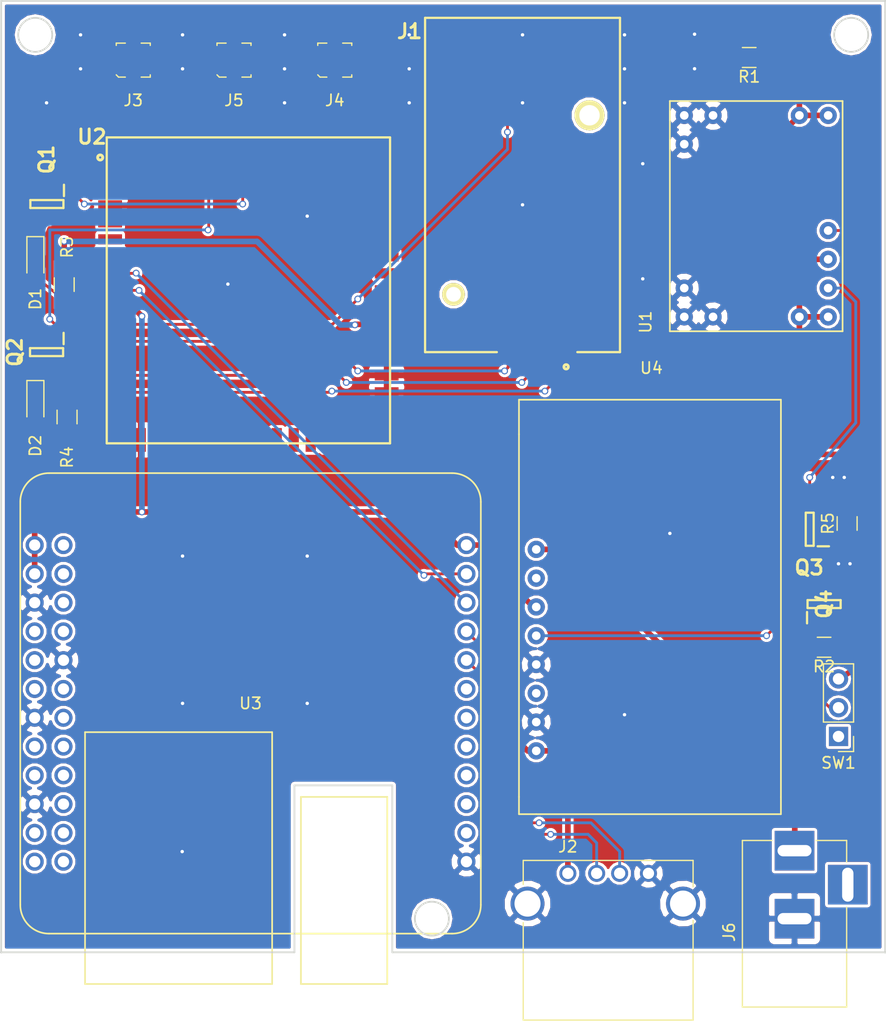
<source format=kicad_pcb>
(kicad_pcb (version 4) (host pcbnew 4.0.7)
  (layers (0 F.Cu signal) (31 B.Cu signal) (34 B.Paste user) (35 F.Paste user) (36 B.SilkS user) (37 F.SilkS user) (38 B.Mask user) (39 F.Mask user) (44 Edge.Cuts user))
  (net 0 "")
  (net 1 "Net-(D1-Pad1)")
  (net 2 "Net-(D1-Pad2)")
  (net 3 "Net-(D2-Pad1)")
  (net 4 "Net-(D2-Pad2)")
  (net 5 "Net-(J1-Pad1)")
  (net 6 "Net-(J1-Pad2)")
  (net 7 "Net-(J1-Pad3)")
  (net 8 GND)
  (net 9 "Net-(J1-Pad5)")
  (net 10 "Net-(J1-Pad6)")
  (net 11 "Net-(J2-Pad3)")
  (net 12 "Net-(J2-Pad2)")
  (net 13 +5V)
  (net 14 "Net-(J3-Pad1)")
  (net 15 "Net-(J4-Pad1)")
  (net 16 "Net-(J5-Pad1)")
  (net 17 "Net-(J6-Pad3)")
  (net 18 "Net-(Q1-Pad1)")
  (net 19 "Net-(Q2-Pad1)")
  (net 20 "Net-(Q3-Pad1)")
  (net 21 "Net-(Q3-Pad3)")
  (net 22 3V8)
  (net 23 "Net-(R1-Pad2)")
  (net 24 VBAT)
  (net 25 "Net-(U2-Pad1)")
  (net 26 "Net-(U2-Pad4)")
  (net 27 "Net-(U2-Pad5)")
  (net 28 "Net-(U2-Pad7)")
  (net 29 "Net-(U2-Pad8)")
  (net 30 "Net-(U2-Pad12)")
  (net 31 "Net-(U2-Pad17)")
  (net 32 "Net-(U2-Pad18)")
  (net 33 "Net-(U2-Pad19)")
  (net 34 "Net-(U2-Pad20)")
  (net 35 "Net-(U2-Pad21)")
  (net 36 "Net-(U2-Pad23)")
  (net 37 "Net-(U2-Pad24)")
  (net 38 "Net-(U2-Pad25)")
  (net 39 "Net-(U2-Pad26)")
  (net 40 "Net-(U2-Pad27)")
  (net 41 "Net-(U2-Pad36)")
  (net 42 "Net-(U2-Pad37)")
  (net 43 "Net-(U2-Pad38)")
  (net 44 "Net-(U2-Pad39)")
  (net 45 "Net-(U2-Pad40)")
  (net 46 "Net-(U2-Pad41)")
  (net 47 "Net-(U2-Pad42)")
  (net 48 "Net-(U2-Pad48)")
  (net 49 "Net-(U2-Pad49)")
  (net 50 "Net-(U2-Pad51)")
  (net 51 "Net-(U3-Pad1)")
  (net 52 "Net-(U3-Pad3)")
  (net 53 "Net-(U3-Pad8)")
  (net 54 "Net-(U3-Pad10)")
  (net 55 "Net-(U3-Pad12)")
  (net 56 "Net-(U3-Pad16)")
  (net 57 "Net-(U3-Pad18)")
  (net 58 "Net-(U3-Pad22)")
  (net 59 "Net-(U3-Pad24)")
  (net 60 "Net-(U3-Pad5)")
  (net 61 "Net-(U3-Pad7)")
  (net 62 "Net-(U3-Pad11)")
  (net 63 "Net-(U3-Pad13)")
  (net 64 "Net-(U3-Pad15)")
  (net 65 "Net-(U3-Pad17)")
  (net 66 "Net-(U3-Pad19)")
  (net 67 "Net-(U3-Pad21)")
  (net 68 "Net-(U3-Pad23)")
  (net 69 "Net-(U3-Pad30)")
  (net 70 "Net-(U3-Pad31)")
  (net 71 "Net-(U3-Pad32)")
  (net 72 "Net-(U3-Pad33)")
  (net 73 "Net-(U3-Pad34)")
  (net 74 "Net-(U3-Pad35)")
  (net 75 "Net-(U4-Pad6)")
  (net 76 "Net-(U4-Pad2)")
  (net 77 "Net-(SW1-Pad1)")
  (net 78 /VBUS)
  (net 79 "Net-(Q4-Pad1)")
  (module NanoPiNEO:NanoPi_NEO_upside_down (layer F.Cu) (at 131 119)
    (fp_text reference U3 (at 0 0) (layer F.SilkS))
    (fp_text value NanoPiNEO)
    (pad 2 thru_hole circle (at -19.05 -13.97) (size 1.6 1.6) (drill 1) (layers *.Cu *.Mask) (net 13 +5V))
    (pad 1 thru_hole circle (at -16.51 -13.97) (size 1.6 1.6) (drill 1) (layers *.Cu *.Mask) (net 51 "Net-(U3-Pad1)"))
    (pad 4 thru_hole circle (at -19.05 -11.43) (size 1.6 1.6) (drill 1) (layers *.Cu *.Mask) (net 13 +5V))
    (pad 3 thru_hole circle (at -16.51 -11.43) (size 1.6 1.6) (drill 1) (layers *.Cu *.Mask) (net 52 "Net-(U3-Pad3)"))
    (pad 6 thru_hole circle (at -19.05 -8.89) (size 1.6 1.6) (drill 1) (layers *.Cu *.Mask) (net 8 GND))
    (pad 8 thru_hole circle (at -19.05 -6.35) (size 1.6 1.6) (drill 1) (layers *.Cu *.Mask) (net 53 "Net-(U3-Pad8)"))
    (pad 10 thru_hole circle (at -19.05 -3.81) (size 1.6 1.6) (drill 1) (layers *.Cu *.Mask) (net 54 "Net-(U3-Pad10)"))
    (pad 12 thru_hole circle (at -19.05 -1.27) (size 1.6 1.6) (drill 1) (layers *.Cu *.Mask) (net 55 "Net-(U3-Pad12)"))
    (pad 14 thru_hole circle (at -19.05 1.27) (size 1.6 1.6) (drill 1) (layers *.Cu *.Mask) (net 8 GND))
    (pad 16 thru_hole circle (at -19.05 3.81) (size 1.6 1.6) (drill 1) (layers *.Cu *.Mask) (net 56 "Net-(U3-Pad16)"))
    (pad 18 thru_hole circle (at -19.05 6.35) (size 1.6 1.6) (drill 1) (layers *.Cu *.Mask) (net 57 "Net-(U3-Pad18)"))
    (pad 20 thru_hole circle (at -19.05 8.89) (size 1.6 1.6) (drill 1) (layers *.Cu *.Mask) (net 8 GND))
    (pad 22 thru_hole circle (at -19.05 11.43) (size 1.6 1.6) (drill 1) (layers *.Cu *.Mask) (net 58 "Net-(U3-Pad22)"))
    (pad 24 thru_hole circle (at -19.05 13.97) (size 1.6 1.6) (drill 1) (layers *.Cu *.Mask) (net 59 "Net-(U3-Pad24)"))
    (pad 5 thru_hole circle (at -16.51 -8.89) (size 1.6 1.6) (drill 1) (layers *.Cu *.Mask) (net 60 "Net-(U3-Pad5)"))
    (pad 7 thru_hole circle (at -16.51 -6.35) (size 1.6 1.6) (drill 1) (layers *.Cu *.Mask) (net 61 "Net-(U3-Pad7)"))
    (pad 9 thru_hole circle (at -16.51 -3.81) (size 1.6 1.6) (drill 1) (layers *.Cu *.Mask) (net 8 GND))
    (pad 11 thru_hole circle (at -16.51 -1.27) (size 1.6 1.6) (drill 1) (layers *.Cu *.Mask) (net 62 "Net-(U3-Pad11)"))
    (pad 13 thru_hole circle (at -16.51 1.27) (size 1.6 1.6) (drill 1) (layers *.Cu *.Mask) (net 63 "Net-(U3-Pad13)"))
    (pad 15 thru_hole circle (at -16.51 3.81) (size 1.6 1.6) (drill 1) (layers *.Cu *.Mask) (net 64 "Net-(U3-Pad15)"))
    (pad 17 thru_hole circle (at -16.51 6.35) (size 1.6 1.6) (drill 1) (layers *.Cu *.Mask) (net 65 "Net-(U3-Pad17)"))
    (pad 19 thru_hole circle (at -16.51 8.89) (size 1.6 1.6) (drill 1) (layers *.Cu *.Mask) (net 66 "Net-(U3-Pad19)"))
    (pad 21 thru_hole circle (at -16.51 11.43) (size 1.6 1.6) (drill 1) (layers *.Cu *.Mask) (net 67 "Net-(U3-Pad21)"))
    (pad 23 thru_hole circle (at -16.51 13.97) (size 1.6 1.6) (drill 1) (layers *.Cu *.Mask) (net 68 "Net-(U3-Pad23)"))
    (pad 25 thru_hole circle (at 19.05 -13.97) (size 1.6 1.6) (drill 1) (layers *.Cu *.Mask) (net 13 +5V))
    (pad 26 thru_hole circle (at 19.05 -11.43) (size 1.6 1.6) (drill 1) (layers *.Cu *.Mask) (net 29 "Net-(U2-Pad8)"))
    (pad 27 thru_hole circle (at 19.05 -8.89) (size 1.6 1.6) (drill 1) (layers *.Cu *.Mask) (net 28 "Net-(U2-Pad7)"))
    (pad 28 thru_hole circle (at 19.05 -6.35) (size 1.6 1.6) (drill 1) (layers *.Cu *.Mask) (net 11 "Net-(J2-Pad3)"))
    (pad 29 thru_hole circle (at 19.05 -3.81) (size 1.6 1.6) (drill 1) (layers *.Cu *.Mask) (net 12 "Net-(J2-Pad2)"))
    (pad 30 thru_hole circle (at 19.05 -1.27) (size 1.6 1.6) (drill 1) (layers *.Cu *.Mask) (net 69 "Net-(U3-Pad30)"))
    (pad 31 thru_hole circle (at 19.05 1.27) (size 1.6 1.6) (drill 1) (layers *.Cu *.Mask) (net 70 "Net-(U3-Pad31)"))
    (pad 32 thru_hole circle (at 19.05 3.81) (size 1.6 1.6) (drill 1) (layers *.Cu *.Mask) (net 71 "Net-(U3-Pad32)"))
    (pad 33 thru_hole circle (at 19.05 6.35) (size 1.6 1.6) (drill 1) (layers *.Cu *.Mask) (net 72 "Net-(U3-Pad33)"))
    (pad 34 thru_hole circle (at 19.05 8.89) (size 1.6 1.6) (drill 1) (layers *.Cu *.Mask) (net 73 "Net-(U3-Pad34)"))
    (pad 35 thru_hole circle (at 19.05 11.43) (size 1.6 1.6) (drill 1) (layers *.Cu *.Mask) (net 74 "Net-(U3-Pad35)"))
    (pad 36 thru_hole circle (at 19.05 13.97) (size 1.6 1.6) (drill 1) (layers *.Cu *.Mask) (net 8 GND))
  )
  (module LEDs:LED_0805_HandSoldering (layer F.Cu) (at 112.014 80.01 270)
    (fp_text reference D1 (at 3.302 0 270) (layer F.SilkS))
    (fp_text value STATUS)
    (pad 1 smd rect (at -1.35 0 270) (size 1.5 1.3) (layers F.Cu F.Paste F.Mask) (net 1 "Net-(D1-Pad1)"))
    (pad 2 smd rect (at 1.35 0 270) (size 1.5 1.3) (layers F.Cu F.Paste F.Mask) (net 2 "Net-(D1-Pad2)"))
  )
  (module LEDs:LED_0805_HandSoldering (layer F.Cu) (at 112.014 92.71 270)
    (fp_text reference D2 (at 3.556 0 270) (layer F.SilkS))
    (fp_text value NETLIGHT)
    (pad 1 smd rect (at -1.35 0 270) (size 1.5 1.3) (layers F.Cu F.Paste F.Mask) (net 3 "Net-(D2-Pad1)"))
    (pad 2 smd rect (at 1.35 0 270) (size 1.5 1.3) (layers F.Cu F.Paste F.Mask) (net 4 "Net-(D2-Pad2)"))
  )
  (module 7111S2015X02LF_sim_card_slot:7111S2015X02LF (layer F.Cu) (at 155 88 180)
    (fp_text reference J1 (at 9.966 28.31 180) (layer F.SilkS) (effects (font (size 1.27 1.27) (thickness 0.254))))
    (fp_text value 7111S2015X02LF_SIM_Card_Slot hide)
    (pad 1 smd rect (at -3.81 0.35 180) (size 1.4 1.8) (layers F.Cu F.Paste F.Mask) (net 5 "Net-(J1-Pad1)"))
    (pad 2 smd rect (at -1.27 0.35 180) (size 1.4 1.8) (layers F.Cu F.Paste F.Mask) (net 6 "Net-(J1-Pad2)"))
    (pad 3 smd rect (at 1.27 0.35 180) (size 1.4 1.8) (layers F.Cu F.Paste F.Mask) (net 7 "Net-(J1-Pad3)"))
    (pad 4 smd rect (at -3.81 25.65 180) (size 1.4 1.8) (layers F.Cu F.Paste F.Mask) (net 8 GND))
    (pad 5 smd rect (at -1.27 25.65 180) (size 1.4 1.8) (layers F.Cu F.Paste F.Mask) (net 9 "Net-(J1-Pad5)"))
    (pad 6 smd rect (at 1.27 25.65 180) (size 1.4 1.8) (layers F.Cu F.Paste F.Mask) (net 10 "Net-(J1-Pad6)"))
    (pad 7 thru_hole circle (at 6.09 5.1 270) (size 2 2) (drill 1.3) (layers *.Cu *.Mask F.SilkS))
    (pad 8 thru_hole circle (at -5.91 20.9 270) (size 2.65 2.65) (drill 1.8) (layers *.Cu *.Mask F.SilkS))
  )
  (module Connectors:USB_A (layer F.Cu) (at 159 134)
    (fp_text reference J2 (at 0 -2.35) (layer F.SilkS))
    (fp_text value USB_A)
    (pad 4 thru_hole circle (at 7.11 0 270) (size 1.5 1.5) (drill 1) (layers *.Cu *.Mask) (net 8 GND))
    (pad 3 thru_hole circle (at 4.57 0 270) (size 1.5 1.5) (drill 1) (layers *.Cu *.Mask) (net 11 "Net-(J2-Pad3)"))
    (pad 2 thru_hole circle (at 2.54 0 270) (size 1.5 1.5) (drill 1) (layers *.Cu *.Mask) (net 12 "Net-(J2-Pad2)"))
    (pad 1 thru_hole circle (at 0 0 270) (size 1.5 1.5) (drill 1) (layers *.Cu *.Mask) (net 13 +5V))
    (pad 5 thru_hole circle (at 10.16 2.67 270) (size 3 3) (drill 2.3) (layers *.Cu *.Mask) (net 8 GND))
    (pad 5 thru_hole circle (at -3.56 2.67 270) (size 3 3) (drill 2.3) (layers *.Cu *.Mask) (net 8 GND))
  )
  (module Connectors_Molex:Molex_Microcoaxial_RF (layer F.Cu) (at 120.65 62.23)
    (fp_text reference J3 (at 0 3.556) (layer F.SilkS))
    (fp_text value DIV_ANT)
    (pad 2 smd rect (at -1.475 0) (size 1.05 2.2) (layers F.Cu F.Paste F.Mask) (net 8 GND))
    (pad 2 smd rect (at 1.475 0) (size 1.05 2.2) (layers F.Cu F.Paste F.Mask) (net 8 GND))
    (pad 2 smd rect (at 0 -1.5) (size 1 1) (layers F.Cu F.Paste F.Mask) (net 8 GND))
    (pad 1 smd rect (at 0 1.5) (size 1 1) (layers F.Cu F.Paste F.Mask) (net 14 "Net-(J3-Pad1)"))
  )
  (module Connectors_Molex:Molex_Microcoaxial_RF (layer F.Cu) (at 138.43 62.23)
    (fp_text reference J4 (at 0 3.556) (layer F.SilkS))
    (fp_text value MAIN_ANT)
    (pad 2 smd rect (at -1.475 0) (size 1.05 2.2) (layers F.Cu F.Paste F.Mask) (net 8 GND))
    (pad 2 smd rect (at 1.475 0) (size 1.05 2.2) (layers F.Cu F.Paste F.Mask) (net 8 GND))
    (pad 2 smd rect (at 0 -1.5) (size 1 1) (layers F.Cu F.Paste F.Mask) (net 8 GND))
    (pad 1 smd rect (at 0 1.5) (size 1 1) (layers F.Cu F.Paste F.Mask) (net 15 "Net-(J4-Pad1)"))
  )
  (module Connectors_Molex:Molex_Microcoaxial_RF (layer F.Cu) (at 129.54 62.23)
    (fp_text reference J5 (at 0 3.556) (layer F.SilkS))
    (fp_text value GNSS_ANT)
    (pad 2 smd rect (at -1.475 0) (size 1.05 2.2) (layers F.Cu F.Paste F.Mask) (net 8 GND))
    (pad 2 smd rect (at 1.475 0) (size 1.05 2.2) (layers F.Cu F.Paste F.Mask) (net 8 GND))
    (pad 2 smd rect (at 0 -1.5) (size 1 1) (layers F.Cu F.Paste F.Mask) (net 8 GND))
    (pad 1 smd rect (at 0 1.5) (size 1 1) (layers F.Cu F.Paste F.Mask) (net 16 "Net-(J5-Pad1)"))
  )
  (module Connectors:BARREL_JACK (layer F.Cu) (at 179 132 90)
    (fp_text reference J6 (at -7.192 -5.772 270) (layer F.SilkS))
    (fp_text value Jack-DC)
    (pad 1 thru_hole rect (at 0 0 90) (size 3.5 3.5) (drill oval 1 3) (layers *.Cu *.Mask) (net 78 /VBUS))
    (pad 2 thru_hole rect (at -6 0 90) (size 3.5 3.5) (drill oval 1 3) (layers *.Cu *.Mask) (net 8 GND))
    (pad 3 thru_hole rect (at -3 4.7 90) (size 3.5 3.5) (drill oval 3 1) (layers *.Cu *.Mask) (net 17 "Net-(J6-Pad3)"))
  )
  (module MMUN2133LT1G:SOT96P237X111-3N (layer F.Cu) (at 113.03 74.93 270)
    (fp_text reference Q1 (at -3.93 0.03 270) (layer F.SilkS) (effects (font (size 1.27 1.27) (thickness 0.254))))
    (fp_text value MMUN2233LT1G hide)
    (pad 1 smd rect (at -1.2 -0.955) (size 0.6 1) (layers F.Cu F.Paste F.Mask) (net 18 "Net-(Q1-Pad1)"))
    (pad 2 smd rect (at -1.2 0.955) (size 0.6 1) (layers F.Cu F.Paste F.Mask) (net 8 GND))
    (pad 3 smd rect (at 1.2 0) (size 0.6 1) (layers F.Cu F.Paste F.Mask) (net 1 "Net-(D1-Pad1)"))
  )
  (module MMUN2133LT1G:SOT96P237X111-3N (layer F.Cu) (at 113 88 270)
    (fp_text reference Q2 (at 0 2.794 270) (layer F.SilkS) (effects (font (size 1.27 1.27) (thickness 0.254))))
    (fp_text value MMUN2233LT1G hide)
    (pad 1 smd rect (at -1.2 -0.955) (size 0.6 1) (layers F.Cu F.Paste F.Mask) (net 19 "Net-(Q2-Pad1)"))
    (pad 2 smd rect (at -1.2 0.955) (size 0.6 1) (layers F.Cu F.Paste F.Mask) (net 8 GND))
    (pad 3 smd rect (at 1.2 0) (size 0.6 1) (layers F.Cu F.Paste F.Mask) (net 3 "Net-(D2-Pad1)"))
  )
  (module MMUN2133LT1G:SOT96P237X111-3N (layer F.Cu) (at 180.34 103.632 180)
    (fp_text reference Q3 (at 0.05 -3.39 180) (layer F.SilkS) (effects (font (size 1.27 1.27) (thickness 0.254))))
    (fp_text value MMUN2233LT1G hide)
    (pad 1 smd rect (at -1.2 -0.955 270) (size 0.6 1) (layers F.Cu F.Paste F.Mask) (net 20 "Net-(Q3-Pad1)"))
    (pad 2 smd rect (at -1.2 0.955 270) (size 0.6 1) (layers F.Cu F.Paste F.Mask) (net 8 GND))
    (pad 3 smd rect (at 1.2 0 270) (size 0.6 1) (layers F.Cu F.Paste F.Mask) (net 21 "Net-(Q3-Pad3)"))
  )
  (module Resistors_SMD:R_0805_HandSoldering (layer F.Cu) (at 175 62 180)
    (fp_text reference R1 (at 0 -1.7 180) (layer F.SilkS))
    (fp_text value 100K)
    (pad 1 smd rect (at -1.35 0 180) (size 1.5 1.3) (layers F.Cu F.Paste F.Mask) (net 22 3V8))
    (pad 2 smd rect (at 1.35 0 180) (size 1.5 1.3) (layers F.Cu F.Paste F.Mask) (net 23 "Net-(R1-Pad2)"))
  )
  (module Resistors_SMD:R_0805_HandSoldering (layer F.Cu) (at 181.61 114.046 180)
    (fp_text reference R2 (at 0 -1.7 180) (layer F.SilkS))
    (fp_text value 10K)
    (pad 1 smd rect (at -1.35 0 180) (size 1.5 1.3) (layers F.Cu F.Paste F.Mask) (net 8 GND))
    (pad 2 smd rect (at 1.35 0 180) (size 1.5 1.3) (layers F.Cu F.Paste F.Mask) (net 79 "Net-(Q4-Pad1)"))
  )
  (module Resistors_SMD:R_0805_HandSoldering (layer F.Cu) (at 114.554 82.042 90)
    (fp_text reference R3 (at 3.302 0.254 90) (layer F.SilkS))
    (fp_text value 360)
    (pad 1 smd rect (at -1.35 0 90) (size 1.5 1.3) (layers F.Cu F.Paste F.Mask) (net 2 "Net-(D1-Pad2)"))
    (pad 2 smd rect (at 1.35 0 90) (size 1.5 1.3) (layers F.Cu F.Paste F.Mask) (net 22 3V8))
  )
  (module Resistors_SMD:R_0805_HandSoldering (layer F.Cu) (at 114.808 93.726 90)
    (fp_text reference R4 (at -3.556 0 90) (layer F.SilkS))
    (fp_text value 360)
    (pad 1 smd rect (at -1.35 0 90) (size 1.5 1.3) (layers F.Cu F.Paste F.Mask) (net 4 "Net-(D2-Pad2)"))
    (pad 2 smd rect (at 1.35 0 90) (size 1.5 1.3) (layers F.Cu F.Paste F.Mask) (net 22 3V8))
  )
  (module SIM7500A:SIM7500A_hand_solder (layer F.Cu) (at 130.81 82.55)
    (fp_text reference U2 (at -13.81 -13.55) (layer F.SilkS) (effects (font (size 1.27 1.27) (thickness 0.254))))
    (fp_text value SIM7500A hide)
    (pad 1 smd rect (at -12.2 -10.5 90) (size 0.9 2.1) (layers F.Cu F.Paste F.Mask) (net 25 "Net-(U2-Pad1)"))
    (pad 2 smd rect (at -12.2 -9 90) (size 0.9 2.1) (layers F.Cu F.Paste F.Mask) (net 14 "Net-(J3-Pad1)"))
    (pad 3 smd rect (at -12.2 -7.5 90) (size 0.9 2.1) (layers F.Cu F.Paste F.Mask) (net 8 GND))
    (pad 4 smd rect (at -12.2 -6 90) (size 0.9 2.1) (layers F.Cu F.Paste F.Mask) (net 26 "Net-(U2-Pad4)"))
    (pad 5 smd rect (at -12.2 -4.5 90) (size 0.9 2.1) (layers F.Cu F.Paste F.Mask) (net 27 "Net-(U2-Pad5)"))
    (pad 6 smd rect (at -12.2 -3 90) (size 0.9 2.1) (layers F.Cu F.Paste F.Mask) (net 8 GND))
    (pad 7 smd rect (at -12.2 -1.5 90) (size 0.9 2.1) (layers F.Cu F.Paste F.Mask) (net 28 "Net-(U2-Pad7)"))
    (pad 8 smd rect (at -12.2 0 90) (size 0.9 2.1) (layers F.Cu F.Paste F.Mask) (net 29 "Net-(U2-Pad8)"))
    (pad 9 smd rect (at -12.2 1.5 90) (size 0.9 2.1) (layers F.Cu F.Paste F.Mask) (net 13 +5V))
    (pad 10 smd rect (at -12.2 3 90) (size 0.9 2.1) (layers F.Cu F.Paste F.Mask) (net 10 "Net-(J1-Pad6)"))
    (pad 11 smd rect (at -12.2 4.5 90) (size 0.9 2.1) (layers F.Cu F.Paste F.Mask) (net 7 "Net-(J1-Pad3)"))
    (pad 12 smd rect (at -12.2 6 90) (size 0.9 2.1) (layers F.Cu F.Paste F.Mask) (net 30 "Net-(U2-Pad12)"))
    (pad 13 smd rect (at -12.2 7.5 90) (size 0.9 2.1) (layers F.Cu F.Paste F.Mask) (net 6 "Net-(J1-Pad2)"))
    (pad 14 smd rect (at -12.2 9 90) (size 0.9 2.1) (layers F.Cu F.Paste F.Mask) (net 5 "Net-(J1-Pad1)"))
    (pad 15 smd rect (at -12.2 10.5 90) (size 0.9 2.1) (layers F.Cu F.Paste F.Mask) (net 8 GND))
    (pad 16 smd rect (at -9.5 13.2) (size 0.9 2.1) (layers F.Cu F.Paste F.Mask) (net 8 GND))
    (pad 17 smd rect (at -8 13.2) (size 0.9 2.1) (layers F.Cu F.Paste F.Mask) (net 31 "Net-(U2-Pad17)"))
    (pad 18 smd rect (at -6.5 13.2) (size 0.9 2.1) (layers F.Cu F.Paste F.Mask) (net 32 "Net-(U2-Pad18)"))
    (pad 19 smd rect (at -5 13.2) (size 0.9 2.1) (layers F.Cu F.Paste F.Mask) (net 33 "Net-(U2-Pad19)"))
    (pad 20 smd rect (at -3.5 13.2) (size 0.9 2.1) (layers F.Cu F.Paste F.Mask) (net 34 "Net-(U2-Pad20)"))
    (pad 21 smd rect (at -2 13.2) (size 0.9 2.1) (layers F.Cu F.Paste F.Mask) (net 35 "Net-(U2-Pad21)"))
    (pad 22 smd rect (at -0.5 13.2) (size 0.9 2.1) (layers F.Cu F.Paste F.Mask) (net 8 GND))
    (pad 23 smd rect (at 1 13.2) (size 0.9 2.1) (layers F.Cu F.Paste F.Mask) (net 36 "Net-(U2-Pad23)"))
    (pad 24 smd rect (at 2.5 13.2) (size 0.9 2.1) (layers F.Cu F.Paste F.Mask) (net 37 "Net-(U2-Pad24)"))
    (pad 25 smd rect (at 4 13.2) (size 0.9 2.1) (layers F.Cu F.Paste F.Mask) (net 38 "Net-(U2-Pad25)"))
    (pad 26 smd rect (at 5.5 13.2) (size 0.9 2.1) (layers F.Cu F.Paste F.Mask) (net 39 "Net-(U2-Pad26)"))
    (pad 27 smd rect (at 7 13.2) (size 0.9 2.1) (layers F.Cu F.Paste F.Mask) (net 40 "Net-(U2-Pad27)"))
    (pad 28 smd rect (at 8.5 13.2) (size 0.9 2.1) (layers F.Cu F.Paste F.Mask) (net 8 GND))
    (pad 29 smd rect (at 12.2 10.5 90) (size 0.9 2.1) (layers F.Cu F.Paste F.Mask) (net 8 GND))
    (pad 30 smd rect (at 12.2 9 90) (size 0.9 2.1) (layers F.Cu F.Paste F.Mask) (net 8 GND))
    (pad 31 smd rect (at 12.2 7.5 90) (size 0.9 2.1) (layers F.Cu F.Paste F.Mask) (net 8 GND))
    (pad 32 smd rect (at 12.2 6 90) (size 0.9 2.1) (layers F.Cu F.Paste F.Mask) (net 8 GND))
    (pad 33 smd rect (at 12.2 4.5 90) (size 0.9 2.1) (layers F.Cu F.Paste F.Mask) (net 22 3V8))
    (pad 34 smd rect (at 12.2 3 90) (size 0.9 2.1) (layers F.Cu F.Paste F.Mask) (net 22 3V8))
    (pad 35 smd rect (at 12.2 1.5 90) (size 0.9 2.1) (layers F.Cu F.Paste F.Mask) (net 8 GND))
    (pad 36 smd rect (at 12.2 0 90) (size 0.9 2.1) (layers F.Cu F.Paste F.Mask) (net 41 "Net-(U2-Pad36)"))
    (pad 37 smd rect (at 12.2 -1.5 90) (size 0.9 2.1) (layers F.Cu F.Paste F.Mask) (net 42 "Net-(U2-Pad37)"))
    (pad 38 smd rect (at 12.2 -3 90) (size 0.9 2.1) (layers F.Cu F.Paste F.Mask) (net 43 "Net-(U2-Pad38)"))
    (pad 39 smd rect (at 12.2 -4.5 90) (size 0.9 2.1) (layers F.Cu F.Paste F.Mask) (net 44 "Net-(U2-Pad39)"))
    (pad 40 smd rect (at 12.2 -6 90) (size 0.9 2.1) (layers F.Cu F.Paste F.Mask) (net 45 "Net-(U2-Pad40)"))
    (pad 41 smd rect (at 12.2 -7.5 90) (size 0.9 2.1) (layers F.Cu F.Paste F.Mask) (net 46 "Net-(U2-Pad41)"))
    (pad 42 smd rect (at 12.2 -9 90) (size 0.9 2.1) (layers F.Cu F.Paste F.Mask) (net 47 "Net-(U2-Pad42)"))
    (pad 43 smd rect (at 12.2 -10.5 90) (size 0.9 2.1) (layers F.Cu F.Paste F.Mask) (net 8 GND))
    (pad 44 smd rect (at 8.5 -13.2) (size 0.9 2.1) (layers F.Cu F.Paste F.Mask) (net 8 GND))
    (pad 45 smd rect (at 7 -13.2) (size 0.9 2.1) (layers F.Cu F.Paste F.Mask) (net 15 "Net-(J4-Pad1)"))
    (pad 46 smd rect (at 5.5 -13.2) (size 0.9 2.1) (layers F.Cu F.Paste F.Mask) (net 8 GND))
    (pad 47 smd rect (at 4 -13.2) (size 0.9 2.1) (layers F.Cu F.Paste F.Mask) (net 8 GND))
    (pad 48 smd rect (at 2.5 -13.2) (size 0.9 2.1) (layers F.Cu F.Paste F.Mask) (net 48 "Net-(U2-Pad48)"))
    (pad 49 smd rect (at 1 -13.2) (size 0.9 2.1) (layers F.Cu F.Paste F.Mask) (net 49 "Net-(U2-Pad49)"))
    (pad 50 smd rect (at -0.5 -13.2) (size 0.9 2.1) (layers F.Cu F.Paste F.Mask) (net 18 "Net-(Q1-Pad1)"))
    (pad 51 smd rect (at -2 -13.2) (size 0.9 2.1) (layers F.Cu F.Paste F.Mask) (net 50 "Net-(U2-Pad51)"))
    (pad 52 smd rect (at -3.5 -13.2) (size 0.9 2.1) (layers F.Cu F.Paste F.Mask) (net 19 "Net-(Q2-Pad1)"))
    (pad 53 smd rect (at -5 -13.2) (size 0.9 2.1) (layers F.Cu F.Paste F.Mask) (net 8 GND))
    (pad 54 smd rect (at -6.5 -13.2) (size 0.9 2.1) (layers F.Cu F.Paste F.Mask) (net 8 GND))
    (pad 55 smd rect (at -8 -13.2) (size 0.9 2.1) (layers F.Cu F.Paste F.Mask) (net 16 "Net-(J5-Pad1)"))
    (pad 56 smd rect (at -9.5 -13.2) (size 0.9 2.1) (layers F.Cu F.Paste F.Mask) (net 8 GND))
  )
  (module Pin_Headers:Pin_Header_Straight_1x03_Pitch2.54mm (layer F.Cu) (at 182.88 121.92 180)
    (fp_text reference SW1 (at 0 -2.33 180) (layer F.SilkS))
    (fp_text value PWR_SW)
    (pad 1 thru_hole rect (at 0 0 180) (size 1.7 1.7) (drill 1) (layers *.Cu *.Mask) (net 77 "Net-(SW1-Pad1)"))
    (pad 2 thru_hole oval (at 0 2.54 180) (size 1.7 1.7) (drill 1) (layers *.Cu *.Mask) (net 79 "Net-(Q4-Pad1)"))
    (pad 3 thru_hole oval (at 0 5.08 180) (size 1.7 1.7) (drill 1) (layers *.Cu *.Mask) (net 24 VBAT))
  )
  (module mylib:via (layer F.Cu) (at 136 76)
    (fp_text reference "" hide)
    (fp_text value "")
    (pad "" thru_hole circle (at 0 0) (size 0.6 0.6) (drill 0.3) (layers *.Cu) (net 8 GND) (clearance -0.000001))
  )
  (module mylib:via (layer F.Cu) (at 129 82)
    (fp_text reference "" hide)
    (fp_text value "")
    (pad "" thru_hole circle (at 0 0) (size 0.6 0.6) (drill 0.3) (layers *.Cu) (net 8 GND) (clearance -0.000001))
  )
  (module mylib:via (layer F.Cu) (at 116 60)
    (fp_text reference "" hide)
    (fp_text value "")
    (pad "" thru_hole circle (at 0 0) (size 0.6 0.6) (drill 0.3) (layers *.Cu) (net 8 GND) (clearance -0.000001))
  )
  (module mylib:via (layer F.Cu) (at 116 63)
    (fp_text reference "" hide)
    (fp_text value "")
    (pad "" thru_hole circle (at 0 0) (size 0.6 0.6) (drill 0.3) (layers *.Cu) (net 8 GND) (clearance -0.000001))
  )
  (module mylib:via (layer F.Cu) (at 113 66)
    (fp_text reference "" hide)
    (fp_text value "")
    (pad "" thru_hole circle (at 0 0) (size 0.6 0.6) (drill 0.3) (layers *.Cu) (net 8 GND) (clearance -0.000001))
  )
  (module mylib:via (layer F.Cu) (at 145 60)
    (fp_text reference "" hide)
    (fp_text value "")
    (pad "" thru_hole circle (at 0 0) (size 0.6 0.6) (drill 0.3) (layers *.Cu) (net 8 GND) (clearance -0.000001))
  )
  (module mylib:via (layer F.Cu) (at 145 63)
    (fp_text reference "" hide)
    (fp_text value "")
    (pad "" thru_hole circle (at 0 0) (size 0.6 0.6) (drill 0.3) (layers *.Cu) (net 8 GND) (clearance -0.000001))
  )
  (module mylib:via (layer F.Cu) (at 145 66)
    (fp_text reference "" hide)
    (fp_text value "")
    (pad "" thru_hole circle (at 0 0) (size 0.6 0.6) (drill 0.3) (layers *.Cu) (net 8 GND) (clearance -0.000001))
  )
  (module mylib:via (layer F.Cu) (at 134 66)
    (fp_text reference "" hide)
    (fp_text value "")
    (pad "" thru_hole circle (at 0 0) (size 0.6 0.6) (drill 0.3) (layers *.Cu) (net 8 GND) (clearance -0.000001))
  )
  (module mylib:via (layer F.Cu) (at 134 63)
    (fp_text reference "" hide)
    (fp_text value "")
    (pad "" thru_hole circle (at 0 0) (size 0.6 0.6) (drill 0.3) (layers *.Cu) (net 8 GND) (clearance -0.000001))
  )
  (module mylib:via (layer F.Cu) (at 134 60)
    (fp_text reference "" hide)
    (fp_text value "")
    (pad "" thru_hole circle (at 0 0) (size 0.6 0.6) (drill 0.3) (layers *.Cu) (net 8 GND) (clearance -0.000001))
  )
  (module mylib:via (layer F.Cu) (at 125 63)
    (fp_text reference "" hide)
    (fp_text value "")
    (pad "" thru_hole circle (at 0 0) (size 0.6 0.6) (drill 0.3) (layers *.Cu) (net 8 GND) (clearance -0.000001))
  )
  (module mylib:via (layer F.Cu) (at 125 60)
    (fp_text reference "" hide)
    (fp_text value "")
    (pad "" thru_hole circle (at 0 0) (size 0.6 0.6) (drill 0.3) (layers *.Cu) (net 8 GND) (clearance -0.000001))
  )
  (module mylib:via (layer F.Cu) (at 164 60)
    (fp_text reference "" hide)
    (fp_text value "")
    (pad "" thru_hole circle (at 0 0) (size 0.6 0.6) (drill 0.3) (layers *.Cu) (net 8 GND) (clearance -0.000001))
  )
  (module mylib:via (layer F.Cu) (at 164 63)
    (fp_text reference "" hide)
    (fp_text value "")
    (pad "" thru_hole circle (at 0 0) (size 0.6 0.6) (drill 0.3) (layers *.Cu) (net 8 GND) (clearance -0.000001))
  )
  (module mylib:via (layer F.Cu) (at 164 66)
    (fp_text reference "" hide)
    (fp_text value "")
    (pad "" thru_hole circle (at 0 0) (size 0.6 0.6) (drill 0.3) (layers *.Cu) (net 8 GND) (clearance -0.000001))
  )
  (module mylib:via (layer F.Cu) (at 155 60)
    (fp_text reference "" hide)
    (fp_text value "")
    (pad "" thru_hole circle (at 0 0) (size 0.6 0.6) (drill 0.3) (layers *.Cu) (net 8 GND) (clearance -0.000001))
  )
  (module mylib:via (layer F.Cu) (at 155 66)
    (fp_text reference "" hide)
    (fp_text value "")
    (pad "" thru_hole circle (at 0 0) (size 0.6 0.6) (drill 0.3) (layers *.Cu) (net 8 GND) (clearance -0.000001))
  )
  (module mylib:via (layer F.Cu) (at 170.18 59.944)
    (fp_text reference "" hide)
    (fp_text value "")
    (pad "" thru_hole circle (at 0 0) (size 0.6 0.6) (drill 0.3) (layers *.Cu) (net 8 GND) (clearance -0.000001))
  )
  (module mylib:via (layer F.Cu) (at 170.18 62.992)
    (fp_text reference "" hide)
    (fp_text value "")
    (pad "" thru_hole circle (at 0 0) (size 0.6 0.6) (drill 0.3) (layers *.Cu) (net 8 GND) (clearance -0.000001))
  )
  (module mylib:via (layer F.Cu) (at 165.608 71.374)
    (fp_text reference "" hide)
    (fp_text value "")
    (pad "" thru_hole circle (at 0 0) (size 0.6 0.6) (drill 0.3) (layers *.Cu) (net 8 GND) (clearance -0.000001))
  )
  (module mylib:via (layer F.Cu) (at 165.608 81.534)
    (fp_text reference "" hide)
    (fp_text value "")
    (pad "" thru_hole circle (at 0 0) (size 0.6 0.6) (drill 0.3) (layers *.Cu) (net 8 GND) (clearance -0.000001))
  )
  (module mylib:via (layer F.Cu) (at 125 106)
    (fp_text reference "" hide)
    (fp_text value "")
    (pad "" thru_hole circle (at 0 0) (size 0.6 0.6) (drill 0.3) (layers *.Cu) (net 8 GND) (clearance -0.000001))
  )
  (module mylib:via (layer F.Cu) (at 136 106)
    (fp_text reference "" hide)
    (fp_text value "")
    (pad "" thru_hole circle (at 0 0) (size 0.6 0.6) (drill 0.3) (layers *.Cu) (net 8 GND) (clearance -0.000001))
  )
  (module mylib:via (layer F.Cu) (at 125 119)
    (fp_text reference "" hide)
    (fp_text value "")
    (pad "" thru_hole circle (at 0 0) (size 0.6 0.6) (drill 0.3) (layers *.Cu) (net 8 GND) (clearance -0.000001))
  )
  (module mylib:via (layer F.Cu) (at 136 119)
    (fp_text reference "" hide)
    (fp_text value "")
    (pad "" thru_hole circle (at 0 0) (size 0.6 0.6) (drill 0.3) (layers *.Cu) (net 8 GND) (clearance -0.000001))
  )
  (module mylib:via (layer F.Cu) (at 124.968 132.08)
    (fp_text reference "" hide)
    (fp_text value "")
    (pad "" thru_hole circle (at 0 0) (size 0.6 0.6) (drill 0.3) (layers *.Cu) (net 8 GND) (clearance -0.000001))
  )
  (module mylib:via (layer F.Cu) (at 168 104)
    (fp_text reference "" hide)
    (fp_text value "")
    (pad "" thru_hole circle (at 0 0) (size 0.6 0.6) (drill 0.3) (layers *.Cu) (net 8 GND) (clearance -0.000001))
  )
  (module mylib:via (layer F.Cu) (at 164 120)
    (fp_text reference "" hide)
    (fp_text value "")
    (pad "" thru_hole circle (at 0 0) (size 0.6 0.6) (drill 0.3) (layers *.Cu) (net 8 GND) (clearance -0.000001))
  )
  (module mylib:via (layer F.Cu) (at 155 75)
    (fp_text reference "" hide)
    (fp_text value "")
    (pad "" thru_hole circle (at 0 0) (size 0.6 0.6) (drill 0.3) (layers *.Cu) (net 8 GND) (clearance -0.000001))
  )
  (module adafruit_2465_powerboost1000c:adafruit_2465_powerboost1000c (layer F.Cu) (at 166.37 109.22)
    (fp_text reference U4 (at 0 -19.812) (layer F.SilkS))
    (fp_text value Adafruit_2465_Powerboost1000C)
    (pad 8 thru_hole circle (at -10.16 13.97) (size 1.524 1.524) (drill 0.762) (layers *.Cu *.Mask) (net 13 +5V))
    (pad 7 thru_hole circle (at -10.16 11.43) (size 1.524 1.524) (drill 0.762) (layers *.Cu *.Mask) (net 8 GND))
    (pad 6 thru_hole circle (at -10.16 8.89) (size 1.524 1.524) (drill 0.762) (layers *.Cu *.Mask) (net 75 "Net-(U4-Pad6)"))
    (pad 5 thru_hole circle (at -10.16 6.35) (size 1.524 1.524) (drill 0.762) (layers *.Cu *.Mask) (net 8 GND))
    (pad 4 thru_hole circle (at -10.16 3.81) (size 1.524 1.524) (drill 0.762) (layers *.Cu *.Mask) (net 21 "Net-(Q3-Pad3)"))
    (pad 3 thru_hole circle (at -10.16 1.27) (size 1.524 1.524) (drill 0.762) (layers *.Cu *.Mask) (net 24 VBAT))
    (pad 2 thru_hole circle (at -10.16 -1.27) (size 1.524 1.524) (drill 0.762) (layers *.Cu *.Mask) (net 76 "Net-(U4-Pad2)"))
    (pad 1 thru_hole circle (at -10.16 -3.81) (size 1.524 1.524) (drill 0.762) (layers *.Cu *.Mask) (net 78 /VBUS))
  )
  (module strawberry_linux_tps63070_module:strawberry_linux_tps63070_module (layer F.Cu) (at 168 76 90)
    (fp_text reference U1 (at -9.344 -2.138 90) (layer F.SilkS))
    (fp_text value strawberry_linux_TPS63070_module)
    (pad 1 thru_hole circle (at -8.89 1.27 90) (size 1.524 1.524) (drill 0.762) (layers *.Cu *.Mask) (net 8 GND))
    (pad 1 thru_hole circle (at -8.89 3.81 90) (size 1.524 1.524) (drill 0.762) (layers *.Cu *.Mask) (net 8 GND))
    (pad 2 thru_hole circle (at -8.89 11.43 90) (size 1.524 1.524) (drill 0.762) (layers *.Cu *.Mask) (net 24 VBAT))
    (pad 2 thru_hole circle (at -8.89 13.97 90) (size 1.524 1.524) (drill 0.762) (layers *.Cu *.Mask) (net 24 VBAT))
    (pad 3 thru_hole circle (at -6.35 13.97 90) (size 1.524 1.524) (drill 0.762) (layers *.Cu *.Mask) (net 79 "Net-(Q4-Pad1)"))
    (pad 4 thru_hole circle (at -3.81 13.97 90) (size 1.524 1.524) (drill 0.762) (layers *.Cu *.Mask) (net 24 VBAT))
    (pad 5 thru_hole circle (at -1.27 13.97 90) (size 1.524 1.524) (drill 0.762) (layers *.Cu *.Mask) (net 23 "Net-(R1-Pad2)"))
    (pad 6 thru_hole circle (at 8.89 13.97 90) (size 1.524 1.524) (drill 0.762) (layers *.Cu *.Mask) (net 22 3V8))
    (pad 6 thru_hole circle (at 8.89 11.43 90) (size 1.524 1.524) (drill 0.762) (layers *.Cu *.Mask) (net 22 3V8))
    (pad 7 thru_hole circle (at 8.89 3.81 90) (size 1.524 1.524) (drill 0.762) (layers *.Cu *.Mask) (net 8 GND))
    (pad 7 thru_hole circle (at 8.89 1.27 90) (size 1.524 1.524) (drill 0.762) (layers *.Cu *.Mask) (net 8 GND))
    (pad 7 thru_hole circle (at 6.35 1.27 90) (size 1.524 1.524) (drill 0.762) (layers *.Cu *.Mask) (net 8 GND))
    (pad 1 thru_hole circle (at -6.35 1.27 90) (size 1.524 1.524) (drill 0.762) (layers *.Cu *.Mask) (net 8 GND))
  )
  (module MMUN2133LT1G:SOT96P237X111-3N (layer F.Cu) (at 181.61 110.236 90)
    (fp_text reference Q4 (at 0 0 90) (layer F.SilkS) (effects (font (size 1.27 1.27) (thickness 0.254))))
    (fp_text value MMUN2233LT1G hide)
    (pad 1 smd rect (at -1.2 -0.955 180) (size 0.6 1) (layers F.Cu F.Paste F.Mask) (net 79 "Net-(Q4-Pad1)"))
    (pad 2 smd rect (at -1.2 0.955 180) (size 0.6 1) (layers F.Cu F.Paste F.Mask) (net 8 GND))
    (pad 3 smd rect (at 1.2 0 180) (size 0.6 1) (layers F.Cu F.Paste F.Mask) (net 20 "Net-(Q3-Pad1)"))
  )
  (module Resistors_SMD:R_0805_HandSoldering (layer F.Cu) (at 183.642 103.124 90)
    (fp_text reference R5 (at 0 -1.7 90) (layer F.SilkS))
    (fp_text value 10K)
    (pad 1 smd rect (at -1.35 0 90) (size 1.5 1.3) (layers F.Cu F.Paste F.Mask) (net 20 "Net-(Q3-Pad1)"))
    (pad 2 smd rect (at 1.35 0 90) (size 1.5 1.3) (layers F.Cu F.Paste F.Mask) (net 24 VBAT))
  )
  (module mylib:via (layer F.Cu) (at 182.88 106.68)
    (fp_text reference "" hide)
    (fp_text value "")
    (pad "" thru_hole circle (at 0 0) (size 0.6 0.6) (drill 0.3) (layers *.Cu) (net 8 GND) (clearance -0.000001))
  )
  (module mylib:via (layer F.Cu) (at 183.896 106.68)
    (fp_text reference "" hide)
    (fp_text value "")
    (pad "" thru_hole circle (at 0 0) (size 0.6 0.6) (drill 0.3) (layers *.Cu) (net 8 GND) (clearance -0.000001))
  )
  (module mylib:via (layer F.Cu) (at 182.372 99.06)
    (fp_text reference "" hide)
    (fp_text value "")
    (pad "" thru_hole circle (at 0 0) (size 0.6 0.6) (drill 0.3) (layers *.Cu) (net 8 GND) (clearance -0.000001))
  )
  (module mylib:via (layer F.Cu) (at 183.388 99.06)
    (fp_text reference "" hide)
    (fp_text value "")
    (pad "" thru_hole circle (at 0 0) (size 0.6 0.6) (drill 0.3) (layers *.Cu) (net 8 GND) (clearance -0.000001))
  )
  (gr_line (start 143.51 140.97) (end 186.944 140.97) (angle 90) (layer Edge.Cuts) (width 0.15))
  (gr_line (start 108.966 140.97) (end 134.874 140.97) (angle 90) (layer Edge.Cuts) (width 0.15))
  (gr_line (start 143.51 126.238) (end 143.51 140.97) (angle 90) (layer Edge.Cuts) (width 0.15))
  (gr_line (start 134.874 126.238) (end 143.51 126.238) (angle 90) (layer Edge.Cuts) (width 0.15))
  (gr_line (start 134.874 140.97) (end 134.874 126.238) (angle 90) (layer Edge.Cuts) (width 0.15))
  (gr_circle (center 147 138) (end 147 136.5) (layer Edge.Cuts) (width 0.15))
  (gr_circle (center 112 60) (end 113.5 60) (layer Edge.Cuts) (width 0.15))
  (gr_circle (center 184 60) (end 185.5 60) (layer Edge.Cuts) (width 0.15))
  (gr_line (start 109 57) (end 109 141) (angle 90) (layer Edge.Cuts) (width 0.15))
  (gr_line (start 110 57) (end 109 57) (angle 90) (layer Edge.Cuts) (width 0.15))
  (gr_line (start 187 57) (end 187 58) (angle 90) (layer Edge.Cuts) (width 0.15))
  (gr_line (start 187 57) (end 110 57) (angle 90) (layer Edge.Cuts) (width 0.15))
  (gr_line (start 187 141) (end 187 58) (angle 90) (layer Edge.Cuts) (width 0.15))
  (segment (start 113.03 76.13) (end 112.014 78.66) (width 0.25) (layer F.Cu) (net 1))
  (segment (start 112.014 81.36) (end 114.554 83.392) (width 0.25) (layer F.Cu) (net 2))
  (segment (start 113 89.2) (end 113 90.374) (width 0.25) (layer F.Cu) (net 3))
  (segment (start 113 90.374) (end 112.014 91.36) (width 0.25) (layer F.Cu) (net 3))
  (segment (start 112.014 94.06) (end 112.094 94.06) (width 0.25) (layer F.Cu) (net 4))
  (segment (start 112.094 94.06) (end 113.11 95.076) (width 0.25) (layer F.Cu) (net 4))
  (segment (start 113.11 95.076) (end 114.808 95.076) (width 0.25) (layer F.Cu) (net 4))
  (segment (start 158.81 87.65) (end 158.81 89.602) (width 0.25) (layer F.Cu) (net 5))
  (segment (start 138.066 91.55) (end 118.61 91.55) (width 0.25) (layer F.Cu) (net 5))
  (segment (start 138.176 91.44) (end 138.066 91.55) (width 0.25) (layer F.Cu) (net 5))
  (via (at 138.176 91.44) (size 0.6) (drill 0.4) (layers F.Cu B.Cu) (net 5))
  (segment (start 156.972 91.44) (end 138.176 91.44) (width 0.25) (layer B.Cu) (net 5))
  (via (at 156.972 91.44) (size 0.6) (drill 0.4) (layers F.Cu B.Cu) (net 5))
  (segment (start 158.81 89.602) (end 156.972 91.44) (width 0.25) (layer F.Cu) (net 5))
  (segment (start 156.27 87.65) (end 156.27 89.348) (width 0.25) (layer F.Cu) (net 6))
  (segment (start 138.818 90.05) (end 118.61 90.05) (width 0.25) (layer F.Cu) (net 6))
  (segment (start 139.446 90.678) (end 138.818 90.05) (width 0.25) (layer F.Cu) (net 6))
  (via (at 139.446 90.678) (size 0.6) (drill 0.4) (layers F.Cu B.Cu) (net 6))
  (segment (start 154.94 90.678) (end 139.446 90.678) (width 0.25) (layer B.Cu) (net 6))
  (via (at 154.94 90.678) (size 0.6) (drill 0.4) (layers F.Cu B.Cu) (net 6))
  (segment (start 156.27 89.348) (end 154.94 90.678) (width 0.25) (layer F.Cu) (net 6))
  (segment (start 153.73 87.65) (end 153.73 89.348) (width 0.25) (layer F.Cu) (net 7))
  (segment (start 137.85 87.05) (end 118.61 87.05) (width 0.25) (layer F.Cu) (net 7))
  (segment (start 140.462 89.662) (end 137.85 87.05) (width 0.25) (layer F.Cu) (net 7))
  (via (at 140.462 89.662) (size 0.6) (drill 0.4) (layers F.Cu B.Cu) (net 7))
  (segment (start 153.416 89.662) (end 140.462 89.662) (width 0.25) (layer B.Cu) (net 7))
  (via (at 153.416 89.662) (size 0.6) (drill 0.4) (layers F.Cu B.Cu) (net 7))
  (segment (start 153.73 89.348) (end 153.416 89.662) (width 0.25) (layer F.Cu) (net 7))
  (segment (start 118.61 85.55) (end 138.224 85.55) (width 0.25) (layer F.Cu) (net 10))
  (segment (start 153.67 68.58) (end 153.73 62.35) (width 0.25) (layer F.Cu) (net 10))
  (via (at 153.67 68.58) (size 0.6) (drill 0.4) (layers F.Cu B.Cu) (net 10))
  (segment (start 153.67 70.104) (end 153.67 68.58) (width 0.25) (layer B.Cu) (net 10))
  (segment (start 140.462 83.312) (end 153.67 70.104) (width 0.25) (layer B.Cu) (net 10))
  (via (at 140.462 83.312) (size 0.6) (drill 0.4) (layers F.Cu B.Cu) (net 10))
  (segment (start 138.224 85.55) (end 140.462 83.312) (width 0.25) (layer F.Cu) (net 10))
  (segment (start 163.57 134) (end 163.57 132.074) (width 0.25) (layer B.Cu) (net 11))
  (segment (start 153.162 115.762) (end 150.05 112.65) (width 0.25) (layer F.Cu) (net 11))
  (segment (start 153.162 128.778) (end 153.162 115.762) (width 0.25) (layer F.Cu) (net 11))
  (segment (start 153.924 129.54) (end 153.162 128.778) (width 0.25) (layer F.Cu) (net 11))
  (segment (start 156.464 129.54) (end 153.924 129.54) (width 0.25) (layer F.Cu) (net 11))
  (via (at 156.464 129.54) (size 0.6) (drill 0.4) (layers F.Cu B.Cu) (net 11))
  (segment (start 161.036 129.54) (end 156.464 129.54) (width 0.25) (layer B.Cu) (net 11))
  (segment (start 163.57 132.074) (end 161.036 129.54) (width 0.25) (layer B.Cu) (net 11))
  (segment (start 161.54 134) (end 161.54 131.314) (width 0.25) (layer B.Cu) (net 12))
  (segment (start 152.4 117.54) (end 150.05 115.19) (width 0.25) (layer F.Cu) (net 12))
  (segment (start 152.4 129.54) (end 152.4 117.54) (width 0.25) (layer F.Cu) (net 12))
  (segment (start 153.416 130.556) (end 152.4 129.54) (width 0.25) (layer F.Cu) (net 12))
  (segment (start 157.48 130.556) (end 153.416 130.556) (width 0.25) (layer F.Cu) (net 12))
  (via (at 157.48 130.556) (size 0.6) (drill 0.4) (layers F.Cu B.Cu) (net 12))
  (segment (start 160.782 130.556) (end 157.48 130.556) (width 0.25) (layer B.Cu) (net 12))
  (segment (start 161.54 131.314) (end 160.782 130.556) (width 0.25) (layer B.Cu) (net 12))
  (segment (start 118.61 84.05) (end 120.626 84.05) (width 0.5) (layer F.Cu) (net 13))
  (via (at 121.412 102.108) (size 0.6) (drill 0.4) (layers F.Cu B.Cu) (net 13))
  (segment (start 121.412 84.836) (end 121.412 102.108) (width 0.5) (layer B.Cu) (net 13))
  (via (at 121.412 84.836) (size 0.6) (drill 0.4) (layers F.Cu B.Cu) (net 13))
  (segment (start 120.626 84.05) (end 121.412 84.836) (width 0.5) (layer F.Cu) (net 13))
  (segment (start 111.95 105.03) (end 111.95 107.57) (width 0.5) (layer F.Cu) (net 13))
  (segment (start 150.05 105.03) (end 149.226 105.03) (width 0.5) (layer F.Cu) (net 13))
  (segment (start 111.95 103.188) (end 111.95 105.03) (width 0.5) (layer F.Cu) (net 13))
  (segment (start 113.03 102.108) (end 111.95 103.188) (width 0.5) (layer F.Cu) (net 13))
  (segment (start 146.304 102.108) (end 121.412 102.108) (width 0.5) (layer F.Cu) (net 13))
  (segment (start 121.412 102.108) (end 113.03 102.108) (width 0.5) (layer F.Cu) (net 13))
  (segment (start 149.226 105.03) (end 146.304 102.108) (width 0.5) (layer F.Cu) (net 13))
  (segment (start 156.21 123.19) (end 155.448 123.19) (width 0.5) (layer F.Cu) (net 13))
  (segment (start 155.448 123.19) (end 153.924 121.666) (width 0.5) (layer F.Cu) (net 13))
  (segment (start 152.02 105.03) (end 150.05 105.03) (width 0.5) (layer F.Cu) (net 13))
  (segment (start 152.908 105.918) (end 152.02 105.03) (width 0.5) (layer F.Cu) (net 13))
  (segment (start 152.908 109.22) (end 152.908 105.918) (width 0.5) (layer F.Cu) (net 13))
  (segment (start 153.924 110.236) (end 152.908 109.22) (width 0.5) (layer F.Cu) (net 13))
  (segment (start 153.924 121.666) (end 153.924 110.236) (width 0.5) (layer F.Cu) (net 13))
  (segment (start 156.21 123.19) (end 157.734 123.19) (width 0.5) (layer F.Cu) (net 13))
  (segment (start 159 124.456) (end 159 134) (width 0.5) (layer F.Cu) (net 13))
  (segment (start 157.734 123.19) (end 159 124.456) (width 0.5) (layer F.Cu) (net 13))
  (segment (start 120.65 63.73) (end 120.65 64.262) (width 0.25) (layer F.Cu) (net 14))
  (segment (start 117.238 73.55) (end 118.61 73.55) (width 0.25) (layer F.Cu) (net 14))
  (segment (start 116.078 72.39) (end 117.238 73.55) (width 0.25) (layer F.Cu) (net 14))
  (segment (start 116.078 67.31) (end 116.078 72.39) (width 0.25) (layer F.Cu) (net 14))
  (segment (start 120.65 64.262) (end 116.078 67.31) (width 0.25) (layer F.Cu) (net 14))
  (segment (start 137.81 69.35) (end 137.81 66.406) (width 0.25) (layer F.Cu) (net 15))
  (segment (start 138.43 65.786) (end 138.43 63.73) (width 0.25) (layer F.Cu) (net 15))
  (segment (start 137.81 66.406) (end 138.43 65.786) (width 0.25) (layer F.Cu) (net 15))
  (segment (start 122.81 69.35) (end 122.81 68.706) (width 0.25) (layer F.Cu) (net 16))
  (segment (start 122.81 68.706) (end 125.222 66.294) (width 0.25) (layer F.Cu) (net 16))
  (segment (start 125.222 66.294) (end 126.976 66.294) (width 0.25) (layer F.Cu) (net 16))
  (segment (start 126.976 66.294) (end 129.54 63.73) (width 0.25) (layer F.Cu) (net 16))
  (segment (start 113.985 73.73) (end 115.132 73.73) (width 0.25) (layer F.Cu) (net 18))
  (segment (start 130.31 74.922) (end 130.31 69.35) (width 0.25) (layer F.Cu) (net 18))
  (segment (start 130.302 74.93) (end 130.31 74.922) (width 0.25) (layer F.Cu) (net 18))
  (via (at 130.302 74.93) (size 0.6) (drill 0.4) (layers F.Cu B.Cu) (net 18))
  (segment (start 116.332 74.93) (end 130.302 74.93) (width 0.25) (layer B.Cu) (net 18))
  (via (at 116.332 74.93) (size 0.6) (drill 0.4) (layers F.Cu B.Cu) (net 18))
  (segment (start 115.132 73.73) (end 116.332 74.93) (width 0.25) (layer F.Cu) (net 18))
  (segment (start 113.985 86.77) (end 113.985 85.922) (width 0.25) (layer F.Cu) (net 19))
  (segment (start 127.31 77.16) (end 127.31 69.35) (width 0.25) (layer F.Cu) (net 19))
  (segment (start 127.254 77.216) (end 127.31 77.16) (width 0.25) (layer F.Cu) (net 19))
  (via (at 127.254 77.216) (size 0.6) (drill 0.4) (layers F.Cu B.Cu) (net 19))
  (segment (start 113.284 77.216) (end 127.254 77.216) (width 0.25) (layer B.Cu) (net 19))
  (segment (start 113.284 85.09) (end 113.284 77.216) (width 0.25) (layer B.Cu) (net 19))
  (via (at 113.284 85.09) (size 0.6) (drill 0.4) (layers F.Cu B.Cu) (net 19))
  (segment (start 113.985 85.791) (end 113.284 85.09) (width 0.25) (layer F.Cu) (net 19))
  (segment (start 113.985 85.922) (end 113.985 85.791) (width 0.25) (layer F.Cu) (net 19))
  (segment (start 113.985 86.77) (end 113.955 86.8) (width 0.25) (layer F.Cu) (net 19))
  (segment (start 181.54 104.587) (end 181.54 108.966) (width 0.25) (layer F.Cu) (net 20))
  (segment (start 181.54 108.966) (end 181.61 109.036) (width 0.25) (layer F.Cu) (net 20))
  (segment (start 183.642 104.474) (end 181.653 104.474) (width 0.25) (layer F.Cu) (net 20))
  (segment (start 181.653 104.474) (end 181.54 104.587) (width 0.25) (layer F.Cu) (net 20))
  (segment (start 179.14 103.632) (end 179.14 110.42) (width 0.25) (layer F.Cu) (net 21))
  (segment (start 176.53 113.03) (end 156.21 113.03) (width 0.25) (layer B.Cu) (net 21))
  (via (at 176.53 113.03) (size 0.6) (drill 0.4) (layers F.Cu B.Cu) (net 21))
  (segment (start 179.14 110.42) (end 176.53 113.03) (width 0.25) (layer F.Cu) (net 21))
  (segment (start 179.43 67.11) (end 179.43 65.08) (width 0.5) (layer F.Cu) (net 22))
  (segment (start 179.43 65.08) (end 176.35 62) (width 0.5) (layer F.Cu) (net 22))
  (segment (start 145.796 85.55) (end 150.45 85.55) (width 0.5) (layer F.Cu) (net 22))
  (segment (start 170.54 76) (end 179.43 67.11) (width 0.5) (layer F.Cu) (net 22))
  (segment (start 160 76) (end 170.54 76) (width 0.5) (layer F.Cu) (net 22))
  (segment (start 150.45 85.55) (end 160 76) (width 0.5) (layer F.Cu) (net 22))
  (segment (start 114.554 80.692) (end 114.554 78.232) (width 0.5) (layer F.Cu) (net 22))
  (segment (start 140.256 85.55) (end 143.01 85.55) (width 0.5) (layer F.Cu) (net 22))
  (segment (start 140.208 85.598) (end 140.256 85.55) (width 0.5) (layer F.Cu) (net 22))
  (via (at 140.208 85.598) (size 0.6) (drill 0.4) (layers F.Cu B.Cu) (net 22))
  (segment (start 138.938 85.598) (end 140.208 85.598) (width 0.5) (layer B.Cu) (net 22))
  (segment (start 131.572 78.232) (end 138.938 85.598) (width 0.5) (layer B.Cu) (net 22))
  (segment (start 114.554 78.232) (end 131.572 78.232) (width 0.5) (layer B.Cu) (net 22))
  (via (at 114.554 78.232) (size 0.6) (drill 0.4) (layers F.Cu B.Cu) (net 22))
  (segment (start 114.554 80.692) (end 116.252 80.692) (width 0.5) (layer F.Cu) (net 22))
  (segment (start 114.808 88.9) (end 116.586 87.122) (width 0.5) (layer F.Cu) (net 22))
  (segment (start 114.808 88.9) (end 114.808 92.376) (width 0.5) (layer F.Cu) (net 22))
  (segment (start 116.586 81.026) (end 116.586 87.122) (width 0.5) (layer F.Cu) (net 22))
  (segment (start 116.252 80.692) (end 116.586 81.026) (width 0.5) (layer F.Cu) (net 22))
  (segment (start 145.796 85.55) (end 145.796 86.614) (width 0.5) (layer F.Cu) (net 22))
  (segment (start 145.36 87.05) (end 143.01 87.05) (width 0.5) (layer F.Cu) (net 22))
  (segment (start 145.796 86.614) (end 145.36 87.05) (width 0.5) (layer F.Cu) (net 22))
  (segment (start 145.796 85.55) (end 143.01 85.55) (width 0.5) (layer F.Cu) (net 22))
  (segment (start 179.43 67.11) (end 181.97 67.11) (width 0.5) (layer F.Cu) (net 22))
  (segment (start 173.65 62) (end 173.65 59.35) (width 0.25) (layer F.Cu) (net 23))
  (segment (start 173.65 59.35) (end 174 59) (width 0.25) (layer F.Cu) (net 23))
  (segment (start 174 59) (end 180 59) (width 0.25) (layer F.Cu) (net 23))
  (segment (start 180 59) (end 180 63) (width 0.25) (layer F.Cu) (net 23))
  (segment (start 180 63) (end 181 64) (width 0.25) (layer F.Cu) (net 23))
  (segment (start 181 64) (end 184 64) (width 0.25) (layer F.Cu) (net 23))
  (segment (start 184 64) (end 184 77) (width 0.25) (layer F.Cu) (net 23))
  (segment (start 184 77) (end 183.73 77.27) (width 0.25) (layer F.Cu) (net 23))
  (segment (start 183.73 77.27) (end 181.97 77.27) (width 0.25) (layer F.Cu) (net 23))
  (segment (start 183.642 101.774) (end 185.42 101.774) (width 0.5) (layer F.Cu) (net 24))
  (segment (start 185.42 101.774) (end 185.42 101.854) (width 0.5) (layer F.Cu) (net 24))
  (segment (start 181.97 79.81) (end 180.19 79.81) (width 0.5) (layer F.Cu) (net 24))
  (segment (start 179.43 80.57) (end 179.43 84.89) (width 0.5) (layer F.Cu) (net 24))
  (segment (start 180.19 79.81) (end 179.43 80.57) (width 0.5) (layer F.Cu) (net 24))
  (segment (start 179.43 84.89) (end 179.43 96.668) (width 0.5) (layer F.Cu) (net 24))
  (segment (start 179.43 96.668) (end 179.07 97.028) (width 0.5) (layer F.Cu) (net 24))
  (segment (start 156.21 110.49) (end 155.956 110.49) (width 0.5) (layer F.Cu) (net 24))
  (segment (start 155.956 110.49) (end 153.924 108.458) (width 0.5) (layer F.Cu) (net 24))
  (segment (start 160.782 97.028) (end 179.07 97.028) (width 0.5) (layer F.Cu) (net 24))
  (segment (start 153.924 103.886) (end 160.782 97.028) (width 0.5) (layer F.Cu) (net 24))
  (segment (start 153.924 108.458) (end 153.924 103.886) (width 0.5) (layer F.Cu) (net 24))
  (segment (start 179.43 84.89) (end 181.97 84.89) (width 0.5) (layer F.Cu) (net 24))
  (segment (start 179.07 97.028) (end 184.404 97.028) (width 0.5) (layer F.Cu) (net 24))
  (segment (start 184.404 97.028) (end 185.42 98.044) (width 0.5) (layer F.Cu) (net 24))
  (segment (start 185.42 98.044) (end 185.42 101.854) (width 0.5) (layer F.Cu) (net 24))
  (segment (start 185.42 101.854) (end 185.42 104.902) (width 0.5) (layer F.Cu) (net 24))
  (segment (start 185.42 104.902) (end 185.42 115.316) (width 0.5) (layer F.Cu) (net 24))
  (segment (start 185.42 115.316) (end 182.88 116.84) (width 0.5) (layer F.Cu) (net 24))
  (segment (start 150.05 110.11) (end 149.988 110.11) (width 0.25) (layer B.Cu) (net 28))
  (segment (start 149.988 110.11) (end 120.904 81.026) (width 0.25) (layer B.Cu) (net 28))
  (segment (start 120.88 81.05) (end 118.61 81.05) (width 0.25) (layer F.Cu) (net 28))
  (segment (start 120.904 81.026) (end 120.88 81.05) (width 0.25) (layer F.Cu) (net 28))
  (via (at 120.904 81.026) (size 0.6) (drill 0.4) (layers F.Cu B.Cu) (net 28))
  (segment (start 150.05 109.918) (end 150.05 110.11) (width 0.25) (layer B.Cu) (net 28))
  (segment (start 150.05 107.57) (end 146.43 107.57) (width 0.25) (layer F.Cu) (net 29))
  (segment (start 121.158 82.55) (end 118.61 82.55) (width 0.25) (layer F.Cu) (net 29))
  (via (at 121.158 82.55) (size 0.6) (drill 0.4) (layers F.Cu B.Cu) (net 29))
  (segment (start 146.304 107.696) (end 121.158 82.55) (width 0.25) (layer B.Cu) (net 29))
  (via (at 146.304 107.696) (size 0.6) (drill 0.4) (layers F.Cu B.Cu) (net 29))
  (segment (start 146.43 107.57) (end 146.304 107.696) (width 0.25) (layer F.Cu) (net 29))
  (segment (start 179 132) (end 179.07 125.73) (width 0.5) (layer F.Cu) (net 78))
  (segment (start 158.75 105.41) (end 156.21 105.41) (width 0.5) (layer F.Cu) (net 78))
  (segment (start 179.07 125.73) (end 158.75 105.41) (width 0.5) (layer F.Cu) (net 78))
  (segment (start 180.655 111.436) (end 180.655 106.233) (width 0.25) (layer F.Cu) (net 79))
  (segment (start 183.188 82.35) (end 181.97 82.35) (width 0.25) (layer B.Cu) (net 79))
  (segment (start 184.404 83.566) (end 183.188 82.35) (width 0.25) (layer B.Cu) (net 79))
  (segment (start 184.404 94.234) (end 184.404 83.566) (width 0.25) (layer B.Cu) (net 79))
  (segment (start 180.34 99.06) (end 184.404 94.234) (width 0.25) (layer B.Cu) (net 79))
  (via (at 180.34 99.06) (size 0.6) (drill 0.4) (layers F.Cu B.Cu) (net 79))
  (segment (start 180.34 105.918) (end 180.34 99.06) (width 0.25) (layer F.Cu) (net 79))
  (segment (start 180.655 106.233) (end 180.34 105.918) (width 0.25) (layer F.Cu) (net 79))
  (segment (start 180.26 114.046) (end 180.26 111.831) (width 0.25) (layer F.Cu) (net 79))
  (segment (start 180.26 111.831) (end 180.655 111.436) (width 0.25) (layer F.Cu) (net 79))
  (segment (start 182.88 119.38) (end 182.118 119.38) (width 0.25) (layer F.Cu) (net 79))
  (segment (start 182.118 119.38) (end 180.26 117.522) (width 0.25) (layer F.Cu) (net 79))
  (segment (start 180.26 117.522) (end 180.26 114.046) (width 0.25) (layer F.Cu) (net 79))
  (segment (start 182.732 82.35) (end 181.97 82.35) (width 0.25) (layer B.Cu) (net 79))
  (zone (net 8) (net_name GND) (layer F.Cu) (connect_pads (clearance 0.254)) (min_thickness 0.254) (fill yes (arc_segments 16) (thermal_gap 0.508) (thermal_bridge_width 0.508))
    (polygon (pts (xy 187 141) (xy 109 141) (xy 109 57) (xy 187 57)))
  )
  (zone (net 8) (net_name GND) (layer B.Cu) (connect_pads (clearance 0.254)) (min_thickness 0.254) (fill yes (arc_segments 16) (thermal_gap 0.508) (thermal_bridge_width 0.508))
    (polygon (pts (xy 187 141) (xy 109 141) (xy 109 57) (xy 187 57)))
  )
)
</source>
